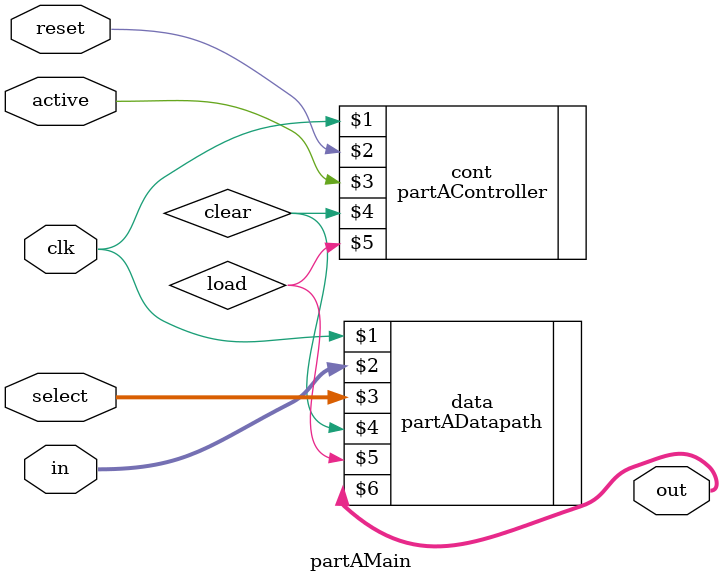
<source format=sv>
`timescale 1ns / 1ps


module partAMain(
    input logic clk,
    input logic reset,
    input logic active,
    input logic[3:0] in,
    input logic[1:0] select,
    output wire [15:0] out
    );
    
    wire clear, load;
    partAController cont(clk, reset, active, clear, load);
    partADatapath data(clk, in, select, clear, load, out);
endmodule

</source>
